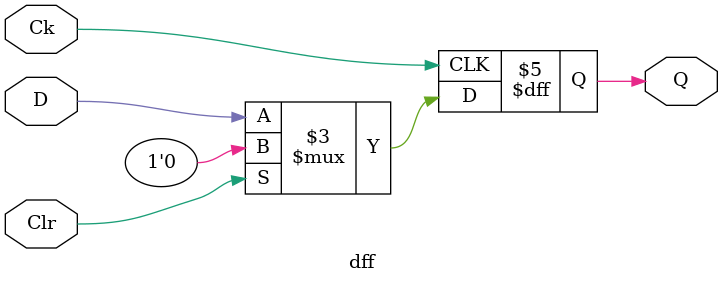
<source format=v>

module dff (Ck, Clr, D, Q);
input  Ck, Clr, D;	// ¤@¦ì¤¸¿é¤J
output Q;		// ¤@¦ì¤¸¿é¥X
reg    Q;		// «Å§i¬°¼È¦s¾¹¸ê®Æ

// ¤W½tÄ²µo®É¯ß, ¤W½t¦P¨B²M°£
always@ (posedge Ck) 
  if (Clr)
    Q = 0;
  else	
    Q = D;
 
endmodule


</source>
